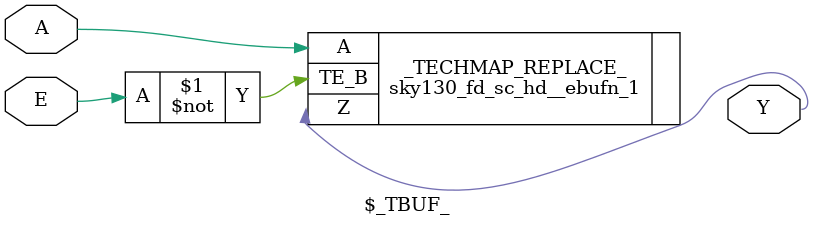
<source format=v>
module \$_TBUF_ (input A, input E, output Y);
  sky130_fd_sc_hd__ebufn_1 _TECHMAP_REPLACE_ (
    .A(A),
    .Z(Y),
    .TE_B(~E));
endmodule

</source>
